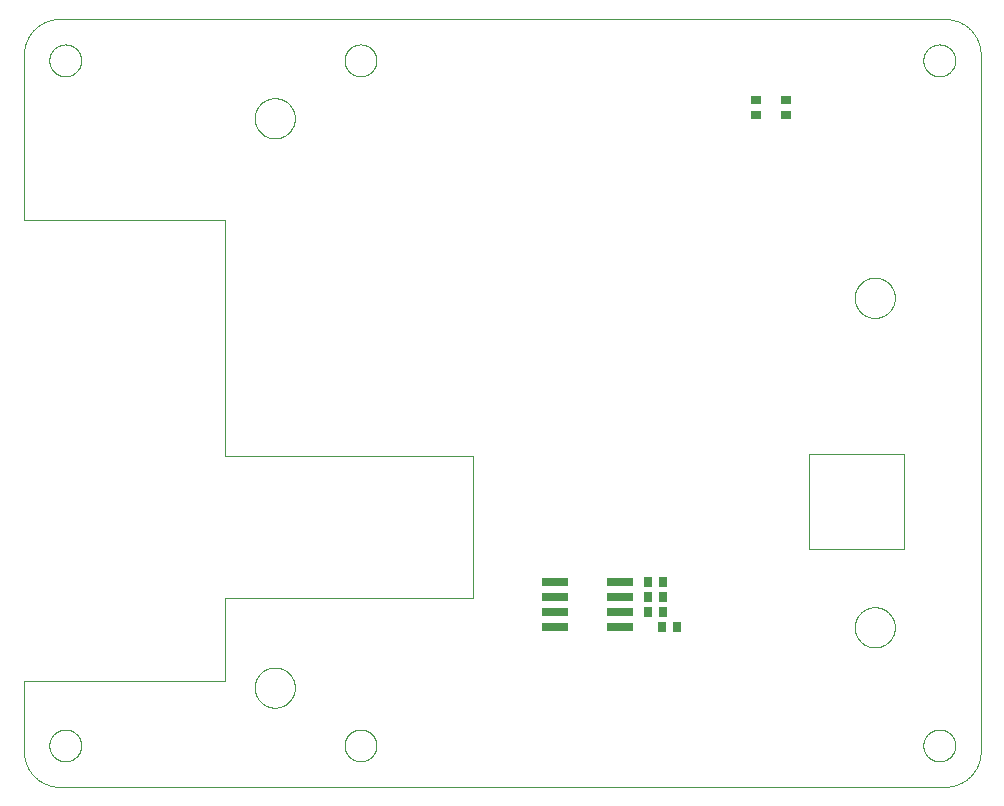
<source format=gbp>
G75*
%MOIN*%
%OFA0B0*%
%FSLAX25Y25*%
%IPPOS*%
%LPD*%
%AMOC8*
5,1,8,0,0,1.08239X$1,22.5*
%
%ADD10C,0.00000*%
%ADD11R,0.03500X0.02500*%
%ADD12R,0.08661X0.02756*%
%ADD13R,0.02500X0.03500*%
D10*
X0095551Y0157756D02*
X0390827Y0157756D01*
X0391112Y0157759D01*
X0391398Y0157770D01*
X0391683Y0157787D01*
X0391967Y0157811D01*
X0392251Y0157842D01*
X0392534Y0157880D01*
X0392815Y0157925D01*
X0393096Y0157976D01*
X0393376Y0158034D01*
X0393654Y0158099D01*
X0393930Y0158171D01*
X0394204Y0158249D01*
X0394477Y0158334D01*
X0394747Y0158426D01*
X0395015Y0158524D01*
X0395281Y0158628D01*
X0395544Y0158739D01*
X0395804Y0158856D01*
X0396062Y0158979D01*
X0396316Y0159109D01*
X0396567Y0159245D01*
X0396815Y0159386D01*
X0397059Y0159534D01*
X0397300Y0159687D01*
X0397536Y0159847D01*
X0397769Y0160012D01*
X0397998Y0160182D01*
X0398223Y0160358D01*
X0398443Y0160540D01*
X0398659Y0160726D01*
X0398870Y0160918D01*
X0399077Y0161115D01*
X0399279Y0161317D01*
X0399476Y0161524D01*
X0399668Y0161735D01*
X0399854Y0161951D01*
X0400036Y0162171D01*
X0400212Y0162396D01*
X0400382Y0162625D01*
X0400547Y0162858D01*
X0400707Y0163094D01*
X0400860Y0163335D01*
X0401008Y0163579D01*
X0401149Y0163827D01*
X0401285Y0164078D01*
X0401415Y0164332D01*
X0401538Y0164590D01*
X0401655Y0164850D01*
X0401766Y0165113D01*
X0401870Y0165379D01*
X0401968Y0165647D01*
X0402060Y0165917D01*
X0402145Y0166190D01*
X0402223Y0166464D01*
X0402295Y0166740D01*
X0402360Y0167018D01*
X0402418Y0167298D01*
X0402469Y0167579D01*
X0402514Y0167860D01*
X0402552Y0168143D01*
X0402583Y0168427D01*
X0402607Y0168711D01*
X0402624Y0168996D01*
X0402635Y0169282D01*
X0402638Y0169567D01*
X0402638Y0401850D01*
X0402635Y0402135D01*
X0402624Y0402421D01*
X0402607Y0402706D01*
X0402583Y0402990D01*
X0402552Y0403274D01*
X0402514Y0403557D01*
X0402469Y0403838D01*
X0402418Y0404119D01*
X0402360Y0404399D01*
X0402295Y0404677D01*
X0402223Y0404953D01*
X0402145Y0405227D01*
X0402060Y0405500D01*
X0401968Y0405770D01*
X0401870Y0406038D01*
X0401766Y0406304D01*
X0401655Y0406567D01*
X0401538Y0406827D01*
X0401415Y0407085D01*
X0401285Y0407339D01*
X0401149Y0407590D01*
X0401008Y0407838D01*
X0400860Y0408082D01*
X0400707Y0408323D01*
X0400547Y0408559D01*
X0400382Y0408792D01*
X0400212Y0409021D01*
X0400036Y0409246D01*
X0399854Y0409466D01*
X0399668Y0409682D01*
X0399476Y0409893D01*
X0399279Y0410100D01*
X0399077Y0410302D01*
X0398870Y0410499D01*
X0398659Y0410691D01*
X0398443Y0410877D01*
X0398223Y0411059D01*
X0397998Y0411235D01*
X0397769Y0411405D01*
X0397536Y0411570D01*
X0397300Y0411730D01*
X0397059Y0411883D01*
X0396815Y0412031D01*
X0396567Y0412172D01*
X0396316Y0412308D01*
X0396062Y0412438D01*
X0395804Y0412561D01*
X0395544Y0412678D01*
X0395281Y0412789D01*
X0395015Y0412893D01*
X0394747Y0412991D01*
X0394477Y0413083D01*
X0394204Y0413168D01*
X0393930Y0413246D01*
X0393654Y0413318D01*
X0393376Y0413383D01*
X0393096Y0413441D01*
X0392815Y0413492D01*
X0392534Y0413537D01*
X0392251Y0413575D01*
X0391967Y0413606D01*
X0391683Y0413630D01*
X0391398Y0413647D01*
X0391112Y0413658D01*
X0390827Y0413661D01*
X0095551Y0413661D01*
X0095266Y0413658D01*
X0094980Y0413647D01*
X0094695Y0413630D01*
X0094411Y0413606D01*
X0094127Y0413575D01*
X0093844Y0413537D01*
X0093563Y0413492D01*
X0093282Y0413441D01*
X0093002Y0413383D01*
X0092724Y0413318D01*
X0092448Y0413246D01*
X0092174Y0413168D01*
X0091901Y0413083D01*
X0091631Y0412991D01*
X0091363Y0412893D01*
X0091097Y0412789D01*
X0090834Y0412678D01*
X0090574Y0412561D01*
X0090316Y0412438D01*
X0090062Y0412308D01*
X0089811Y0412172D01*
X0089563Y0412031D01*
X0089319Y0411883D01*
X0089078Y0411730D01*
X0088842Y0411570D01*
X0088609Y0411405D01*
X0088380Y0411235D01*
X0088155Y0411059D01*
X0087935Y0410877D01*
X0087719Y0410691D01*
X0087508Y0410499D01*
X0087301Y0410302D01*
X0087099Y0410100D01*
X0086902Y0409893D01*
X0086710Y0409682D01*
X0086524Y0409466D01*
X0086342Y0409246D01*
X0086166Y0409021D01*
X0085996Y0408792D01*
X0085831Y0408559D01*
X0085671Y0408323D01*
X0085518Y0408082D01*
X0085370Y0407838D01*
X0085229Y0407590D01*
X0085093Y0407339D01*
X0084963Y0407085D01*
X0084840Y0406827D01*
X0084723Y0406567D01*
X0084612Y0406304D01*
X0084508Y0406038D01*
X0084410Y0405770D01*
X0084318Y0405500D01*
X0084233Y0405227D01*
X0084155Y0404953D01*
X0084083Y0404677D01*
X0084018Y0404399D01*
X0083960Y0404119D01*
X0083909Y0403838D01*
X0083864Y0403557D01*
X0083826Y0403274D01*
X0083795Y0402990D01*
X0083771Y0402706D01*
X0083754Y0402421D01*
X0083743Y0402135D01*
X0083740Y0401850D01*
X0083740Y0346732D01*
X0150669Y0346732D01*
X0150669Y0267992D01*
X0233346Y0267992D01*
X0233346Y0220748D01*
X0150669Y0220748D01*
X0150669Y0193189D01*
X0083740Y0193189D01*
X0083740Y0169567D01*
X0083743Y0169282D01*
X0083754Y0168996D01*
X0083771Y0168711D01*
X0083795Y0168427D01*
X0083826Y0168143D01*
X0083864Y0167860D01*
X0083909Y0167579D01*
X0083960Y0167298D01*
X0084018Y0167018D01*
X0084083Y0166740D01*
X0084155Y0166464D01*
X0084233Y0166190D01*
X0084318Y0165917D01*
X0084410Y0165647D01*
X0084508Y0165379D01*
X0084612Y0165113D01*
X0084723Y0164850D01*
X0084840Y0164590D01*
X0084963Y0164332D01*
X0085093Y0164078D01*
X0085229Y0163827D01*
X0085370Y0163579D01*
X0085518Y0163335D01*
X0085671Y0163094D01*
X0085831Y0162858D01*
X0085996Y0162625D01*
X0086166Y0162396D01*
X0086342Y0162171D01*
X0086524Y0161951D01*
X0086710Y0161735D01*
X0086902Y0161524D01*
X0087099Y0161317D01*
X0087301Y0161115D01*
X0087508Y0160918D01*
X0087719Y0160726D01*
X0087935Y0160540D01*
X0088155Y0160358D01*
X0088380Y0160182D01*
X0088609Y0160012D01*
X0088842Y0159847D01*
X0089078Y0159687D01*
X0089319Y0159534D01*
X0089563Y0159386D01*
X0089811Y0159245D01*
X0090062Y0159109D01*
X0090316Y0158979D01*
X0090574Y0158856D01*
X0090834Y0158739D01*
X0091097Y0158628D01*
X0091363Y0158524D01*
X0091631Y0158426D01*
X0091901Y0158334D01*
X0092174Y0158249D01*
X0092448Y0158171D01*
X0092724Y0158099D01*
X0093002Y0158034D01*
X0093282Y0157976D01*
X0093563Y0157925D01*
X0093844Y0157880D01*
X0094127Y0157842D01*
X0094411Y0157811D01*
X0094695Y0157787D01*
X0094980Y0157770D01*
X0095266Y0157759D01*
X0095551Y0157756D01*
X0092205Y0171535D02*
X0092207Y0171680D01*
X0092213Y0171825D01*
X0092223Y0171970D01*
X0092237Y0172115D01*
X0092255Y0172259D01*
X0092276Y0172402D01*
X0092302Y0172545D01*
X0092331Y0172687D01*
X0092365Y0172829D01*
X0092402Y0172969D01*
X0092443Y0173108D01*
X0092488Y0173246D01*
X0092537Y0173383D01*
X0092589Y0173519D01*
X0092645Y0173653D01*
X0092705Y0173785D01*
X0092768Y0173916D01*
X0092835Y0174044D01*
X0092905Y0174172D01*
X0092979Y0174297D01*
X0093056Y0174420D01*
X0093136Y0174540D01*
X0093220Y0174659D01*
X0093307Y0174775D01*
X0093397Y0174889D01*
X0093490Y0175001D01*
X0093586Y0175109D01*
X0093686Y0175215D01*
X0093787Y0175319D01*
X0093892Y0175419D01*
X0094000Y0175517D01*
X0094110Y0175612D01*
X0094222Y0175703D01*
X0094337Y0175792D01*
X0094455Y0175877D01*
X0094575Y0175959D01*
X0094697Y0176038D01*
X0094821Y0176114D01*
X0094947Y0176186D01*
X0095075Y0176254D01*
X0095205Y0176319D01*
X0095336Y0176381D01*
X0095469Y0176438D01*
X0095604Y0176493D01*
X0095740Y0176543D01*
X0095878Y0176590D01*
X0096016Y0176633D01*
X0096156Y0176672D01*
X0096297Y0176707D01*
X0096439Y0176739D01*
X0096581Y0176766D01*
X0096724Y0176790D01*
X0096868Y0176810D01*
X0097013Y0176826D01*
X0097157Y0176838D01*
X0097302Y0176846D01*
X0097447Y0176850D01*
X0097593Y0176850D01*
X0097738Y0176846D01*
X0097883Y0176838D01*
X0098027Y0176826D01*
X0098172Y0176810D01*
X0098316Y0176790D01*
X0098459Y0176766D01*
X0098601Y0176739D01*
X0098743Y0176707D01*
X0098884Y0176672D01*
X0099024Y0176633D01*
X0099162Y0176590D01*
X0099300Y0176543D01*
X0099436Y0176493D01*
X0099571Y0176438D01*
X0099704Y0176381D01*
X0099835Y0176319D01*
X0099965Y0176254D01*
X0100093Y0176186D01*
X0100219Y0176114D01*
X0100343Y0176038D01*
X0100465Y0175959D01*
X0100585Y0175877D01*
X0100703Y0175792D01*
X0100818Y0175703D01*
X0100930Y0175612D01*
X0101040Y0175517D01*
X0101148Y0175419D01*
X0101253Y0175319D01*
X0101354Y0175215D01*
X0101454Y0175109D01*
X0101550Y0175001D01*
X0101643Y0174889D01*
X0101733Y0174775D01*
X0101820Y0174659D01*
X0101904Y0174540D01*
X0101984Y0174420D01*
X0102061Y0174297D01*
X0102135Y0174172D01*
X0102205Y0174044D01*
X0102272Y0173916D01*
X0102335Y0173785D01*
X0102395Y0173653D01*
X0102451Y0173519D01*
X0102503Y0173383D01*
X0102552Y0173246D01*
X0102597Y0173108D01*
X0102638Y0172969D01*
X0102675Y0172829D01*
X0102709Y0172687D01*
X0102738Y0172545D01*
X0102764Y0172402D01*
X0102785Y0172259D01*
X0102803Y0172115D01*
X0102817Y0171970D01*
X0102827Y0171825D01*
X0102833Y0171680D01*
X0102835Y0171535D01*
X0102833Y0171390D01*
X0102827Y0171245D01*
X0102817Y0171100D01*
X0102803Y0170955D01*
X0102785Y0170811D01*
X0102764Y0170668D01*
X0102738Y0170525D01*
X0102709Y0170383D01*
X0102675Y0170241D01*
X0102638Y0170101D01*
X0102597Y0169962D01*
X0102552Y0169824D01*
X0102503Y0169687D01*
X0102451Y0169551D01*
X0102395Y0169417D01*
X0102335Y0169285D01*
X0102272Y0169154D01*
X0102205Y0169026D01*
X0102135Y0168898D01*
X0102061Y0168773D01*
X0101984Y0168650D01*
X0101904Y0168530D01*
X0101820Y0168411D01*
X0101733Y0168295D01*
X0101643Y0168181D01*
X0101550Y0168069D01*
X0101454Y0167961D01*
X0101354Y0167855D01*
X0101253Y0167751D01*
X0101148Y0167651D01*
X0101040Y0167553D01*
X0100930Y0167458D01*
X0100818Y0167367D01*
X0100703Y0167278D01*
X0100585Y0167193D01*
X0100465Y0167111D01*
X0100343Y0167032D01*
X0100219Y0166956D01*
X0100093Y0166884D01*
X0099965Y0166816D01*
X0099835Y0166751D01*
X0099704Y0166689D01*
X0099571Y0166632D01*
X0099436Y0166577D01*
X0099300Y0166527D01*
X0099162Y0166480D01*
X0099024Y0166437D01*
X0098884Y0166398D01*
X0098743Y0166363D01*
X0098601Y0166331D01*
X0098459Y0166304D01*
X0098316Y0166280D01*
X0098172Y0166260D01*
X0098027Y0166244D01*
X0097883Y0166232D01*
X0097738Y0166224D01*
X0097593Y0166220D01*
X0097447Y0166220D01*
X0097302Y0166224D01*
X0097157Y0166232D01*
X0097013Y0166244D01*
X0096868Y0166260D01*
X0096724Y0166280D01*
X0096581Y0166304D01*
X0096439Y0166331D01*
X0096297Y0166363D01*
X0096156Y0166398D01*
X0096016Y0166437D01*
X0095878Y0166480D01*
X0095740Y0166527D01*
X0095604Y0166577D01*
X0095469Y0166632D01*
X0095336Y0166689D01*
X0095205Y0166751D01*
X0095075Y0166816D01*
X0094947Y0166884D01*
X0094821Y0166956D01*
X0094697Y0167032D01*
X0094575Y0167111D01*
X0094455Y0167193D01*
X0094337Y0167278D01*
X0094222Y0167367D01*
X0094110Y0167458D01*
X0094000Y0167553D01*
X0093892Y0167651D01*
X0093787Y0167751D01*
X0093686Y0167855D01*
X0093586Y0167961D01*
X0093490Y0168069D01*
X0093397Y0168181D01*
X0093307Y0168295D01*
X0093220Y0168411D01*
X0093136Y0168530D01*
X0093056Y0168650D01*
X0092979Y0168773D01*
X0092905Y0168898D01*
X0092835Y0169026D01*
X0092768Y0169154D01*
X0092705Y0169285D01*
X0092645Y0169417D01*
X0092589Y0169551D01*
X0092537Y0169687D01*
X0092488Y0169824D01*
X0092443Y0169962D01*
X0092402Y0170101D01*
X0092365Y0170241D01*
X0092331Y0170383D01*
X0092302Y0170525D01*
X0092276Y0170668D01*
X0092255Y0170811D01*
X0092237Y0170955D01*
X0092223Y0171100D01*
X0092213Y0171245D01*
X0092207Y0171390D01*
X0092205Y0171535D01*
X0160669Y0190827D02*
X0160671Y0190991D01*
X0160677Y0191155D01*
X0160687Y0191319D01*
X0160701Y0191483D01*
X0160719Y0191646D01*
X0160741Y0191809D01*
X0160768Y0191971D01*
X0160798Y0192133D01*
X0160832Y0192293D01*
X0160870Y0192453D01*
X0160911Y0192612D01*
X0160957Y0192770D01*
X0161007Y0192926D01*
X0161060Y0193082D01*
X0161117Y0193236D01*
X0161178Y0193388D01*
X0161243Y0193539D01*
X0161312Y0193689D01*
X0161384Y0193836D01*
X0161459Y0193982D01*
X0161539Y0194126D01*
X0161621Y0194268D01*
X0161707Y0194408D01*
X0161797Y0194545D01*
X0161890Y0194681D01*
X0161986Y0194814D01*
X0162086Y0194945D01*
X0162188Y0195073D01*
X0162294Y0195199D01*
X0162403Y0195322D01*
X0162515Y0195442D01*
X0162629Y0195560D01*
X0162747Y0195674D01*
X0162867Y0195786D01*
X0162990Y0195895D01*
X0163116Y0196001D01*
X0163244Y0196103D01*
X0163375Y0196203D01*
X0163508Y0196299D01*
X0163644Y0196392D01*
X0163781Y0196482D01*
X0163921Y0196568D01*
X0164063Y0196650D01*
X0164207Y0196730D01*
X0164353Y0196805D01*
X0164500Y0196877D01*
X0164650Y0196946D01*
X0164801Y0197011D01*
X0164953Y0197072D01*
X0165107Y0197129D01*
X0165263Y0197182D01*
X0165419Y0197232D01*
X0165577Y0197278D01*
X0165736Y0197319D01*
X0165896Y0197357D01*
X0166056Y0197391D01*
X0166218Y0197421D01*
X0166380Y0197448D01*
X0166543Y0197470D01*
X0166706Y0197488D01*
X0166870Y0197502D01*
X0167034Y0197512D01*
X0167198Y0197518D01*
X0167362Y0197520D01*
X0167526Y0197518D01*
X0167690Y0197512D01*
X0167854Y0197502D01*
X0168018Y0197488D01*
X0168181Y0197470D01*
X0168344Y0197448D01*
X0168506Y0197421D01*
X0168668Y0197391D01*
X0168828Y0197357D01*
X0168988Y0197319D01*
X0169147Y0197278D01*
X0169305Y0197232D01*
X0169461Y0197182D01*
X0169617Y0197129D01*
X0169771Y0197072D01*
X0169923Y0197011D01*
X0170074Y0196946D01*
X0170224Y0196877D01*
X0170371Y0196805D01*
X0170517Y0196730D01*
X0170661Y0196650D01*
X0170803Y0196568D01*
X0170943Y0196482D01*
X0171080Y0196392D01*
X0171216Y0196299D01*
X0171349Y0196203D01*
X0171480Y0196103D01*
X0171608Y0196001D01*
X0171734Y0195895D01*
X0171857Y0195786D01*
X0171977Y0195674D01*
X0172095Y0195560D01*
X0172209Y0195442D01*
X0172321Y0195322D01*
X0172430Y0195199D01*
X0172536Y0195073D01*
X0172638Y0194945D01*
X0172738Y0194814D01*
X0172834Y0194681D01*
X0172927Y0194545D01*
X0173017Y0194408D01*
X0173103Y0194268D01*
X0173185Y0194126D01*
X0173265Y0193982D01*
X0173340Y0193836D01*
X0173412Y0193689D01*
X0173481Y0193539D01*
X0173546Y0193388D01*
X0173607Y0193236D01*
X0173664Y0193082D01*
X0173717Y0192926D01*
X0173767Y0192770D01*
X0173813Y0192612D01*
X0173854Y0192453D01*
X0173892Y0192293D01*
X0173926Y0192133D01*
X0173956Y0191971D01*
X0173983Y0191809D01*
X0174005Y0191646D01*
X0174023Y0191483D01*
X0174037Y0191319D01*
X0174047Y0191155D01*
X0174053Y0190991D01*
X0174055Y0190827D01*
X0174053Y0190663D01*
X0174047Y0190499D01*
X0174037Y0190335D01*
X0174023Y0190171D01*
X0174005Y0190008D01*
X0173983Y0189845D01*
X0173956Y0189683D01*
X0173926Y0189521D01*
X0173892Y0189361D01*
X0173854Y0189201D01*
X0173813Y0189042D01*
X0173767Y0188884D01*
X0173717Y0188728D01*
X0173664Y0188572D01*
X0173607Y0188418D01*
X0173546Y0188266D01*
X0173481Y0188115D01*
X0173412Y0187965D01*
X0173340Y0187818D01*
X0173265Y0187672D01*
X0173185Y0187528D01*
X0173103Y0187386D01*
X0173017Y0187246D01*
X0172927Y0187109D01*
X0172834Y0186973D01*
X0172738Y0186840D01*
X0172638Y0186709D01*
X0172536Y0186581D01*
X0172430Y0186455D01*
X0172321Y0186332D01*
X0172209Y0186212D01*
X0172095Y0186094D01*
X0171977Y0185980D01*
X0171857Y0185868D01*
X0171734Y0185759D01*
X0171608Y0185653D01*
X0171480Y0185551D01*
X0171349Y0185451D01*
X0171216Y0185355D01*
X0171080Y0185262D01*
X0170943Y0185172D01*
X0170803Y0185086D01*
X0170661Y0185004D01*
X0170517Y0184924D01*
X0170371Y0184849D01*
X0170224Y0184777D01*
X0170074Y0184708D01*
X0169923Y0184643D01*
X0169771Y0184582D01*
X0169617Y0184525D01*
X0169461Y0184472D01*
X0169305Y0184422D01*
X0169147Y0184376D01*
X0168988Y0184335D01*
X0168828Y0184297D01*
X0168668Y0184263D01*
X0168506Y0184233D01*
X0168344Y0184206D01*
X0168181Y0184184D01*
X0168018Y0184166D01*
X0167854Y0184152D01*
X0167690Y0184142D01*
X0167526Y0184136D01*
X0167362Y0184134D01*
X0167198Y0184136D01*
X0167034Y0184142D01*
X0166870Y0184152D01*
X0166706Y0184166D01*
X0166543Y0184184D01*
X0166380Y0184206D01*
X0166218Y0184233D01*
X0166056Y0184263D01*
X0165896Y0184297D01*
X0165736Y0184335D01*
X0165577Y0184376D01*
X0165419Y0184422D01*
X0165263Y0184472D01*
X0165107Y0184525D01*
X0164953Y0184582D01*
X0164801Y0184643D01*
X0164650Y0184708D01*
X0164500Y0184777D01*
X0164353Y0184849D01*
X0164207Y0184924D01*
X0164063Y0185004D01*
X0163921Y0185086D01*
X0163781Y0185172D01*
X0163644Y0185262D01*
X0163508Y0185355D01*
X0163375Y0185451D01*
X0163244Y0185551D01*
X0163116Y0185653D01*
X0162990Y0185759D01*
X0162867Y0185868D01*
X0162747Y0185980D01*
X0162629Y0186094D01*
X0162515Y0186212D01*
X0162403Y0186332D01*
X0162294Y0186455D01*
X0162188Y0186581D01*
X0162086Y0186709D01*
X0161986Y0186840D01*
X0161890Y0186973D01*
X0161797Y0187109D01*
X0161707Y0187246D01*
X0161621Y0187386D01*
X0161539Y0187528D01*
X0161459Y0187672D01*
X0161384Y0187818D01*
X0161312Y0187965D01*
X0161243Y0188115D01*
X0161178Y0188266D01*
X0161117Y0188418D01*
X0161060Y0188572D01*
X0161007Y0188728D01*
X0160957Y0188884D01*
X0160911Y0189042D01*
X0160870Y0189201D01*
X0160832Y0189361D01*
X0160798Y0189521D01*
X0160768Y0189683D01*
X0160741Y0189845D01*
X0160719Y0190008D01*
X0160701Y0190171D01*
X0160687Y0190335D01*
X0160677Y0190499D01*
X0160671Y0190663D01*
X0160669Y0190827D01*
X0190630Y0171535D02*
X0190632Y0171680D01*
X0190638Y0171825D01*
X0190648Y0171970D01*
X0190662Y0172115D01*
X0190680Y0172259D01*
X0190701Y0172402D01*
X0190727Y0172545D01*
X0190756Y0172687D01*
X0190790Y0172829D01*
X0190827Y0172969D01*
X0190868Y0173108D01*
X0190913Y0173246D01*
X0190962Y0173383D01*
X0191014Y0173519D01*
X0191070Y0173653D01*
X0191130Y0173785D01*
X0191193Y0173916D01*
X0191260Y0174044D01*
X0191330Y0174172D01*
X0191404Y0174297D01*
X0191481Y0174420D01*
X0191561Y0174540D01*
X0191645Y0174659D01*
X0191732Y0174775D01*
X0191822Y0174889D01*
X0191915Y0175001D01*
X0192011Y0175109D01*
X0192111Y0175215D01*
X0192212Y0175319D01*
X0192317Y0175419D01*
X0192425Y0175517D01*
X0192535Y0175612D01*
X0192647Y0175703D01*
X0192762Y0175792D01*
X0192880Y0175877D01*
X0193000Y0175959D01*
X0193122Y0176038D01*
X0193246Y0176114D01*
X0193372Y0176186D01*
X0193500Y0176254D01*
X0193630Y0176319D01*
X0193761Y0176381D01*
X0193894Y0176438D01*
X0194029Y0176493D01*
X0194165Y0176543D01*
X0194303Y0176590D01*
X0194441Y0176633D01*
X0194581Y0176672D01*
X0194722Y0176707D01*
X0194864Y0176739D01*
X0195006Y0176766D01*
X0195149Y0176790D01*
X0195293Y0176810D01*
X0195438Y0176826D01*
X0195582Y0176838D01*
X0195727Y0176846D01*
X0195872Y0176850D01*
X0196018Y0176850D01*
X0196163Y0176846D01*
X0196308Y0176838D01*
X0196452Y0176826D01*
X0196597Y0176810D01*
X0196741Y0176790D01*
X0196884Y0176766D01*
X0197026Y0176739D01*
X0197168Y0176707D01*
X0197309Y0176672D01*
X0197449Y0176633D01*
X0197587Y0176590D01*
X0197725Y0176543D01*
X0197861Y0176493D01*
X0197996Y0176438D01*
X0198129Y0176381D01*
X0198260Y0176319D01*
X0198390Y0176254D01*
X0198518Y0176186D01*
X0198644Y0176114D01*
X0198768Y0176038D01*
X0198890Y0175959D01*
X0199010Y0175877D01*
X0199128Y0175792D01*
X0199243Y0175703D01*
X0199355Y0175612D01*
X0199465Y0175517D01*
X0199573Y0175419D01*
X0199678Y0175319D01*
X0199779Y0175215D01*
X0199879Y0175109D01*
X0199975Y0175001D01*
X0200068Y0174889D01*
X0200158Y0174775D01*
X0200245Y0174659D01*
X0200329Y0174540D01*
X0200409Y0174420D01*
X0200486Y0174297D01*
X0200560Y0174172D01*
X0200630Y0174044D01*
X0200697Y0173916D01*
X0200760Y0173785D01*
X0200820Y0173653D01*
X0200876Y0173519D01*
X0200928Y0173383D01*
X0200977Y0173246D01*
X0201022Y0173108D01*
X0201063Y0172969D01*
X0201100Y0172829D01*
X0201134Y0172687D01*
X0201163Y0172545D01*
X0201189Y0172402D01*
X0201210Y0172259D01*
X0201228Y0172115D01*
X0201242Y0171970D01*
X0201252Y0171825D01*
X0201258Y0171680D01*
X0201260Y0171535D01*
X0201258Y0171390D01*
X0201252Y0171245D01*
X0201242Y0171100D01*
X0201228Y0170955D01*
X0201210Y0170811D01*
X0201189Y0170668D01*
X0201163Y0170525D01*
X0201134Y0170383D01*
X0201100Y0170241D01*
X0201063Y0170101D01*
X0201022Y0169962D01*
X0200977Y0169824D01*
X0200928Y0169687D01*
X0200876Y0169551D01*
X0200820Y0169417D01*
X0200760Y0169285D01*
X0200697Y0169154D01*
X0200630Y0169026D01*
X0200560Y0168898D01*
X0200486Y0168773D01*
X0200409Y0168650D01*
X0200329Y0168530D01*
X0200245Y0168411D01*
X0200158Y0168295D01*
X0200068Y0168181D01*
X0199975Y0168069D01*
X0199879Y0167961D01*
X0199779Y0167855D01*
X0199678Y0167751D01*
X0199573Y0167651D01*
X0199465Y0167553D01*
X0199355Y0167458D01*
X0199243Y0167367D01*
X0199128Y0167278D01*
X0199010Y0167193D01*
X0198890Y0167111D01*
X0198768Y0167032D01*
X0198644Y0166956D01*
X0198518Y0166884D01*
X0198390Y0166816D01*
X0198260Y0166751D01*
X0198129Y0166689D01*
X0197996Y0166632D01*
X0197861Y0166577D01*
X0197725Y0166527D01*
X0197587Y0166480D01*
X0197449Y0166437D01*
X0197309Y0166398D01*
X0197168Y0166363D01*
X0197026Y0166331D01*
X0196884Y0166304D01*
X0196741Y0166280D01*
X0196597Y0166260D01*
X0196452Y0166244D01*
X0196308Y0166232D01*
X0196163Y0166224D01*
X0196018Y0166220D01*
X0195872Y0166220D01*
X0195727Y0166224D01*
X0195582Y0166232D01*
X0195438Y0166244D01*
X0195293Y0166260D01*
X0195149Y0166280D01*
X0195006Y0166304D01*
X0194864Y0166331D01*
X0194722Y0166363D01*
X0194581Y0166398D01*
X0194441Y0166437D01*
X0194303Y0166480D01*
X0194165Y0166527D01*
X0194029Y0166577D01*
X0193894Y0166632D01*
X0193761Y0166689D01*
X0193630Y0166751D01*
X0193500Y0166816D01*
X0193372Y0166884D01*
X0193246Y0166956D01*
X0193122Y0167032D01*
X0193000Y0167111D01*
X0192880Y0167193D01*
X0192762Y0167278D01*
X0192647Y0167367D01*
X0192535Y0167458D01*
X0192425Y0167553D01*
X0192317Y0167651D01*
X0192212Y0167751D01*
X0192111Y0167855D01*
X0192011Y0167961D01*
X0191915Y0168069D01*
X0191822Y0168181D01*
X0191732Y0168295D01*
X0191645Y0168411D01*
X0191561Y0168530D01*
X0191481Y0168650D01*
X0191404Y0168773D01*
X0191330Y0168898D01*
X0191260Y0169026D01*
X0191193Y0169154D01*
X0191130Y0169285D01*
X0191070Y0169417D01*
X0191014Y0169551D01*
X0190962Y0169687D01*
X0190913Y0169824D01*
X0190868Y0169962D01*
X0190827Y0170101D01*
X0190790Y0170241D01*
X0190756Y0170383D01*
X0190727Y0170525D01*
X0190701Y0170668D01*
X0190680Y0170811D01*
X0190662Y0170955D01*
X0190648Y0171100D01*
X0190638Y0171245D01*
X0190632Y0171390D01*
X0190630Y0171535D01*
X0345551Y0237087D02*
X0345551Y0268583D01*
X0377047Y0268583D01*
X0377047Y0237087D01*
X0345551Y0237087D01*
X0360669Y0210906D02*
X0360671Y0211070D01*
X0360677Y0211234D01*
X0360687Y0211398D01*
X0360701Y0211562D01*
X0360719Y0211725D01*
X0360741Y0211888D01*
X0360768Y0212050D01*
X0360798Y0212212D01*
X0360832Y0212372D01*
X0360870Y0212532D01*
X0360911Y0212691D01*
X0360957Y0212849D01*
X0361007Y0213005D01*
X0361060Y0213161D01*
X0361117Y0213315D01*
X0361178Y0213467D01*
X0361243Y0213618D01*
X0361312Y0213768D01*
X0361384Y0213915D01*
X0361459Y0214061D01*
X0361539Y0214205D01*
X0361621Y0214347D01*
X0361707Y0214487D01*
X0361797Y0214624D01*
X0361890Y0214760D01*
X0361986Y0214893D01*
X0362086Y0215024D01*
X0362188Y0215152D01*
X0362294Y0215278D01*
X0362403Y0215401D01*
X0362515Y0215521D01*
X0362629Y0215639D01*
X0362747Y0215753D01*
X0362867Y0215865D01*
X0362990Y0215974D01*
X0363116Y0216080D01*
X0363244Y0216182D01*
X0363375Y0216282D01*
X0363508Y0216378D01*
X0363644Y0216471D01*
X0363781Y0216561D01*
X0363921Y0216647D01*
X0364063Y0216729D01*
X0364207Y0216809D01*
X0364353Y0216884D01*
X0364500Y0216956D01*
X0364650Y0217025D01*
X0364801Y0217090D01*
X0364953Y0217151D01*
X0365107Y0217208D01*
X0365263Y0217261D01*
X0365419Y0217311D01*
X0365577Y0217357D01*
X0365736Y0217398D01*
X0365896Y0217436D01*
X0366056Y0217470D01*
X0366218Y0217500D01*
X0366380Y0217527D01*
X0366543Y0217549D01*
X0366706Y0217567D01*
X0366870Y0217581D01*
X0367034Y0217591D01*
X0367198Y0217597D01*
X0367362Y0217599D01*
X0367526Y0217597D01*
X0367690Y0217591D01*
X0367854Y0217581D01*
X0368018Y0217567D01*
X0368181Y0217549D01*
X0368344Y0217527D01*
X0368506Y0217500D01*
X0368668Y0217470D01*
X0368828Y0217436D01*
X0368988Y0217398D01*
X0369147Y0217357D01*
X0369305Y0217311D01*
X0369461Y0217261D01*
X0369617Y0217208D01*
X0369771Y0217151D01*
X0369923Y0217090D01*
X0370074Y0217025D01*
X0370224Y0216956D01*
X0370371Y0216884D01*
X0370517Y0216809D01*
X0370661Y0216729D01*
X0370803Y0216647D01*
X0370943Y0216561D01*
X0371080Y0216471D01*
X0371216Y0216378D01*
X0371349Y0216282D01*
X0371480Y0216182D01*
X0371608Y0216080D01*
X0371734Y0215974D01*
X0371857Y0215865D01*
X0371977Y0215753D01*
X0372095Y0215639D01*
X0372209Y0215521D01*
X0372321Y0215401D01*
X0372430Y0215278D01*
X0372536Y0215152D01*
X0372638Y0215024D01*
X0372738Y0214893D01*
X0372834Y0214760D01*
X0372927Y0214624D01*
X0373017Y0214487D01*
X0373103Y0214347D01*
X0373185Y0214205D01*
X0373265Y0214061D01*
X0373340Y0213915D01*
X0373412Y0213768D01*
X0373481Y0213618D01*
X0373546Y0213467D01*
X0373607Y0213315D01*
X0373664Y0213161D01*
X0373717Y0213005D01*
X0373767Y0212849D01*
X0373813Y0212691D01*
X0373854Y0212532D01*
X0373892Y0212372D01*
X0373926Y0212212D01*
X0373956Y0212050D01*
X0373983Y0211888D01*
X0374005Y0211725D01*
X0374023Y0211562D01*
X0374037Y0211398D01*
X0374047Y0211234D01*
X0374053Y0211070D01*
X0374055Y0210906D01*
X0374053Y0210742D01*
X0374047Y0210578D01*
X0374037Y0210414D01*
X0374023Y0210250D01*
X0374005Y0210087D01*
X0373983Y0209924D01*
X0373956Y0209762D01*
X0373926Y0209600D01*
X0373892Y0209440D01*
X0373854Y0209280D01*
X0373813Y0209121D01*
X0373767Y0208963D01*
X0373717Y0208807D01*
X0373664Y0208651D01*
X0373607Y0208497D01*
X0373546Y0208345D01*
X0373481Y0208194D01*
X0373412Y0208044D01*
X0373340Y0207897D01*
X0373265Y0207751D01*
X0373185Y0207607D01*
X0373103Y0207465D01*
X0373017Y0207325D01*
X0372927Y0207188D01*
X0372834Y0207052D01*
X0372738Y0206919D01*
X0372638Y0206788D01*
X0372536Y0206660D01*
X0372430Y0206534D01*
X0372321Y0206411D01*
X0372209Y0206291D01*
X0372095Y0206173D01*
X0371977Y0206059D01*
X0371857Y0205947D01*
X0371734Y0205838D01*
X0371608Y0205732D01*
X0371480Y0205630D01*
X0371349Y0205530D01*
X0371216Y0205434D01*
X0371080Y0205341D01*
X0370943Y0205251D01*
X0370803Y0205165D01*
X0370661Y0205083D01*
X0370517Y0205003D01*
X0370371Y0204928D01*
X0370224Y0204856D01*
X0370074Y0204787D01*
X0369923Y0204722D01*
X0369771Y0204661D01*
X0369617Y0204604D01*
X0369461Y0204551D01*
X0369305Y0204501D01*
X0369147Y0204455D01*
X0368988Y0204414D01*
X0368828Y0204376D01*
X0368668Y0204342D01*
X0368506Y0204312D01*
X0368344Y0204285D01*
X0368181Y0204263D01*
X0368018Y0204245D01*
X0367854Y0204231D01*
X0367690Y0204221D01*
X0367526Y0204215D01*
X0367362Y0204213D01*
X0367198Y0204215D01*
X0367034Y0204221D01*
X0366870Y0204231D01*
X0366706Y0204245D01*
X0366543Y0204263D01*
X0366380Y0204285D01*
X0366218Y0204312D01*
X0366056Y0204342D01*
X0365896Y0204376D01*
X0365736Y0204414D01*
X0365577Y0204455D01*
X0365419Y0204501D01*
X0365263Y0204551D01*
X0365107Y0204604D01*
X0364953Y0204661D01*
X0364801Y0204722D01*
X0364650Y0204787D01*
X0364500Y0204856D01*
X0364353Y0204928D01*
X0364207Y0205003D01*
X0364063Y0205083D01*
X0363921Y0205165D01*
X0363781Y0205251D01*
X0363644Y0205341D01*
X0363508Y0205434D01*
X0363375Y0205530D01*
X0363244Y0205630D01*
X0363116Y0205732D01*
X0362990Y0205838D01*
X0362867Y0205947D01*
X0362747Y0206059D01*
X0362629Y0206173D01*
X0362515Y0206291D01*
X0362403Y0206411D01*
X0362294Y0206534D01*
X0362188Y0206660D01*
X0362086Y0206788D01*
X0361986Y0206919D01*
X0361890Y0207052D01*
X0361797Y0207188D01*
X0361707Y0207325D01*
X0361621Y0207465D01*
X0361539Y0207607D01*
X0361459Y0207751D01*
X0361384Y0207897D01*
X0361312Y0208044D01*
X0361243Y0208194D01*
X0361178Y0208345D01*
X0361117Y0208497D01*
X0361060Y0208651D01*
X0361007Y0208807D01*
X0360957Y0208963D01*
X0360911Y0209121D01*
X0360870Y0209280D01*
X0360832Y0209440D01*
X0360798Y0209600D01*
X0360768Y0209762D01*
X0360741Y0209924D01*
X0360719Y0210087D01*
X0360701Y0210250D01*
X0360687Y0210414D01*
X0360677Y0210578D01*
X0360671Y0210742D01*
X0360669Y0210906D01*
X0383543Y0171535D02*
X0383545Y0171680D01*
X0383551Y0171825D01*
X0383561Y0171970D01*
X0383575Y0172115D01*
X0383593Y0172259D01*
X0383614Y0172402D01*
X0383640Y0172545D01*
X0383669Y0172687D01*
X0383703Y0172829D01*
X0383740Y0172969D01*
X0383781Y0173108D01*
X0383826Y0173246D01*
X0383875Y0173383D01*
X0383927Y0173519D01*
X0383983Y0173653D01*
X0384043Y0173785D01*
X0384106Y0173916D01*
X0384173Y0174044D01*
X0384243Y0174172D01*
X0384317Y0174297D01*
X0384394Y0174420D01*
X0384474Y0174540D01*
X0384558Y0174659D01*
X0384645Y0174775D01*
X0384735Y0174889D01*
X0384828Y0175001D01*
X0384924Y0175109D01*
X0385024Y0175215D01*
X0385125Y0175319D01*
X0385230Y0175419D01*
X0385338Y0175517D01*
X0385448Y0175612D01*
X0385560Y0175703D01*
X0385675Y0175792D01*
X0385793Y0175877D01*
X0385913Y0175959D01*
X0386035Y0176038D01*
X0386159Y0176114D01*
X0386285Y0176186D01*
X0386413Y0176254D01*
X0386543Y0176319D01*
X0386674Y0176381D01*
X0386807Y0176438D01*
X0386942Y0176493D01*
X0387078Y0176543D01*
X0387216Y0176590D01*
X0387354Y0176633D01*
X0387494Y0176672D01*
X0387635Y0176707D01*
X0387777Y0176739D01*
X0387919Y0176766D01*
X0388062Y0176790D01*
X0388206Y0176810D01*
X0388351Y0176826D01*
X0388495Y0176838D01*
X0388640Y0176846D01*
X0388785Y0176850D01*
X0388931Y0176850D01*
X0389076Y0176846D01*
X0389221Y0176838D01*
X0389365Y0176826D01*
X0389510Y0176810D01*
X0389654Y0176790D01*
X0389797Y0176766D01*
X0389939Y0176739D01*
X0390081Y0176707D01*
X0390222Y0176672D01*
X0390362Y0176633D01*
X0390500Y0176590D01*
X0390638Y0176543D01*
X0390774Y0176493D01*
X0390909Y0176438D01*
X0391042Y0176381D01*
X0391173Y0176319D01*
X0391303Y0176254D01*
X0391431Y0176186D01*
X0391557Y0176114D01*
X0391681Y0176038D01*
X0391803Y0175959D01*
X0391923Y0175877D01*
X0392041Y0175792D01*
X0392156Y0175703D01*
X0392268Y0175612D01*
X0392378Y0175517D01*
X0392486Y0175419D01*
X0392591Y0175319D01*
X0392692Y0175215D01*
X0392792Y0175109D01*
X0392888Y0175001D01*
X0392981Y0174889D01*
X0393071Y0174775D01*
X0393158Y0174659D01*
X0393242Y0174540D01*
X0393322Y0174420D01*
X0393399Y0174297D01*
X0393473Y0174172D01*
X0393543Y0174044D01*
X0393610Y0173916D01*
X0393673Y0173785D01*
X0393733Y0173653D01*
X0393789Y0173519D01*
X0393841Y0173383D01*
X0393890Y0173246D01*
X0393935Y0173108D01*
X0393976Y0172969D01*
X0394013Y0172829D01*
X0394047Y0172687D01*
X0394076Y0172545D01*
X0394102Y0172402D01*
X0394123Y0172259D01*
X0394141Y0172115D01*
X0394155Y0171970D01*
X0394165Y0171825D01*
X0394171Y0171680D01*
X0394173Y0171535D01*
X0394171Y0171390D01*
X0394165Y0171245D01*
X0394155Y0171100D01*
X0394141Y0170955D01*
X0394123Y0170811D01*
X0394102Y0170668D01*
X0394076Y0170525D01*
X0394047Y0170383D01*
X0394013Y0170241D01*
X0393976Y0170101D01*
X0393935Y0169962D01*
X0393890Y0169824D01*
X0393841Y0169687D01*
X0393789Y0169551D01*
X0393733Y0169417D01*
X0393673Y0169285D01*
X0393610Y0169154D01*
X0393543Y0169026D01*
X0393473Y0168898D01*
X0393399Y0168773D01*
X0393322Y0168650D01*
X0393242Y0168530D01*
X0393158Y0168411D01*
X0393071Y0168295D01*
X0392981Y0168181D01*
X0392888Y0168069D01*
X0392792Y0167961D01*
X0392692Y0167855D01*
X0392591Y0167751D01*
X0392486Y0167651D01*
X0392378Y0167553D01*
X0392268Y0167458D01*
X0392156Y0167367D01*
X0392041Y0167278D01*
X0391923Y0167193D01*
X0391803Y0167111D01*
X0391681Y0167032D01*
X0391557Y0166956D01*
X0391431Y0166884D01*
X0391303Y0166816D01*
X0391173Y0166751D01*
X0391042Y0166689D01*
X0390909Y0166632D01*
X0390774Y0166577D01*
X0390638Y0166527D01*
X0390500Y0166480D01*
X0390362Y0166437D01*
X0390222Y0166398D01*
X0390081Y0166363D01*
X0389939Y0166331D01*
X0389797Y0166304D01*
X0389654Y0166280D01*
X0389510Y0166260D01*
X0389365Y0166244D01*
X0389221Y0166232D01*
X0389076Y0166224D01*
X0388931Y0166220D01*
X0388785Y0166220D01*
X0388640Y0166224D01*
X0388495Y0166232D01*
X0388351Y0166244D01*
X0388206Y0166260D01*
X0388062Y0166280D01*
X0387919Y0166304D01*
X0387777Y0166331D01*
X0387635Y0166363D01*
X0387494Y0166398D01*
X0387354Y0166437D01*
X0387216Y0166480D01*
X0387078Y0166527D01*
X0386942Y0166577D01*
X0386807Y0166632D01*
X0386674Y0166689D01*
X0386543Y0166751D01*
X0386413Y0166816D01*
X0386285Y0166884D01*
X0386159Y0166956D01*
X0386035Y0167032D01*
X0385913Y0167111D01*
X0385793Y0167193D01*
X0385675Y0167278D01*
X0385560Y0167367D01*
X0385448Y0167458D01*
X0385338Y0167553D01*
X0385230Y0167651D01*
X0385125Y0167751D01*
X0385024Y0167855D01*
X0384924Y0167961D01*
X0384828Y0168069D01*
X0384735Y0168181D01*
X0384645Y0168295D01*
X0384558Y0168411D01*
X0384474Y0168530D01*
X0384394Y0168650D01*
X0384317Y0168773D01*
X0384243Y0168898D01*
X0384173Y0169026D01*
X0384106Y0169154D01*
X0384043Y0169285D01*
X0383983Y0169417D01*
X0383927Y0169551D01*
X0383875Y0169687D01*
X0383826Y0169824D01*
X0383781Y0169962D01*
X0383740Y0170101D01*
X0383703Y0170241D01*
X0383669Y0170383D01*
X0383640Y0170525D01*
X0383614Y0170668D01*
X0383593Y0170811D01*
X0383575Y0170955D01*
X0383561Y0171100D01*
X0383551Y0171245D01*
X0383545Y0171390D01*
X0383543Y0171535D01*
X0360669Y0320748D02*
X0360671Y0320912D01*
X0360677Y0321076D01*
X0360687Y0321240D01*
X0360701Y0321404D01*
X0360719Y0321567D01*
X0360741Y0321730D01*
X0360768Y0321892D01*
X0360798Y0322054D01*
X0360832Y0322214D01*
X0360870Y0322374D01*
X0360911Y0322533D01*
X0360957Y0322691D01*
X0361007Y0322847D01*
X0361060Y0323003D01*
X0361117Y0323157D01*
X0361178Y0323309D01*
X0361243Y0323460D01*
X0361312Y0323610D01*
X0361384Y0323757D01*
X0361459Y0323903D01*
X0361539Y0324047D01*
X0361621Y0324189D01*
X0361707Y0324329D01*
X0361797Y0324466D01*
X0361890Y0324602D01*
X0361986Y0324735D01*
X0362086Y0324866D01*
X0362188Y0324994D01*
X0362294Y0325120D01*
X0362403Y0325243D01*
X0362515Y0325363D01*
X0362629Y0325481D01*
X0362747Y0325595D01*
X0362867Y0325707D01*
X0362990Y0325816D01*
X0363116Y0325922D01*
X0363244Y0326024D01*
X0363375Y0326124D01*
X0363508Y0326220D01*
X0363644Y0326313D01*
X0363781Y0326403D01*
X0363921Y0326489D01*
X0364063Y0326571D01*
X0364207Y0326651D01*
X0364353Y0326726D01*
X0364500Y0326798D01*
X0364650Y0326867D01*
X0364801Y0326932D01*
X0364953Y0326993D01*
X0365107Y0327050D01*
X0365263Y0327103D01*
X0365419Y0327153D01*
X0365577Y0327199D01*
X0365736Y0327240D01*
X0365896Y0327278D01*
X0366056Y0327312D01*
X0366218Y0327342D01*
X0366380Y0327369D01*
X0366543Y0327391D01*
X0366706Y0327409D01*
X0366870Y0327423D01*
X0367034Y0327433D01*
X0367198Y0327439D01*
X0367362Y0327441D01*
X0367526Y0327439D01*
X0367690Y0327433D01*
X0367854Y0327423D01*
X0368018Y0327409D01*
X0368181Y0327391D01*
X0368344Y0327369D01*
X0368506Y0327342D01*
X0368668Y0327312D01*
X0368828Y0327278D01*
X0368988Y0327240D01*
X0369147Y0327199D01*
X0369305Y0327153D01*
X0369461Y0327103D01*
X0369617Y0327050D01*
X0369771Y0326993D01*
X0369923Y0326932D01*
X0370074Y0326867D01*
X0370224Y0326798D01*
X0370371Y0326726D01*
X0370517Y0326651D01*
X0370661Y0326571D01*
X0370803Y0326489D01*
X0370943Y0326403D01*
X0371080Y0326313D01*
X0371216Y0326220D01*
X0371349Y0326124D01*
X0371480Y0326024D01*
X0371608Y0325922D01*
X0371734Y0325816D01*
X0371857Y0325707D01*
X0371977Y0325595D01*
X0372095Y0325481D01*
X0372209Y0325363D01*
X0372321Y0325243D01*
X0372430Y0325120D01*
X0372536Y0324994D01*
X0372638Y0324866D01*
X0372738Y0324735D01*
X0372834Y0324602D01*
X0372927Y0324466D01*
X0373017Y0324329D01*
X0373103Y0324189D01*
X0373185Y0324047D01*
X0373265Y0323903D01*
X0373340Y0323757D01*
X0373412Y0323610D01*
X0373481Y0323460D01*
X0373546Y0323309D01*
X0373607Y0323157D01*
X0373664Y0323003D01*
X0373717Y0322847D01*
X0373767Y0322691D01*
X0373813Y0322533D01*
X0373854Y0322374D01*
X0373892Y0322214D01*
X0373926Y0322054D01*
X0373956Y0321892D01*
X0373983Y0321730D01*
X0374005Y0321567D01*
X0374023Y0321404D01*
X0374037Y0321240D01*
X0374047Y0321076D01*
X0374053Y0320912D01*
X0374055Y0320748D01*
X0374053Y0320584D01*
X0374047Y0320420D01*
X0374037Y0320256D01*
X0374023Y0320092D01*
X0374005Y0319929D01*
X0373983Y0319766D01*
X0373956Y0319604D01*
X0373926Y0319442D01*
X0373892Y0319282D01*
X0373854Y0319122D01*
X0373813Y0318963D01*
X0373767Y0318805D01*
X0373717Y0318649D01*
X0373664Y0318493D01*
X0373607Y0318339D01*
X0373546Y0318187D01*
X0373481Y0318036D01*
X0373412Y0317886D01*
X0373340Y0317739D01*
X0373265Y0317593D01*
X0373185Y0317449D01*
X0373103Y0317307D01*
X0373017Y0317167D01*
X0372927Y0317030D01*
X0372834Y0316894D01*
X0372738Y0316761D01*
X0372638Y0316630D01*
X0372536Y0316502D01*
X0372430Y0316376D01*
X0372321Y0316253D01*
X0372209Y0316133D01*
X0372095Y0316015D01*
X0371977Y0315901D01*
X0371857Y0315789D01*
X0371734Y0315680D01*
X0371608Y0315574D01*
X0371480Y0315472D01*
X0371349Y0315372D01*
X0371216Y0315276D01*
X0371080Y0315183D01*
X0370943Y0315093D01*
X0370803Y0315007D01*
X0370661Y0314925D01*
X0370517Y0314845D01*
X0370371Y0314770D01*
X0370224Y0314698D01*
X0370074Y0314629D01*
X0369923Y0314564D01*
X0369771Y0314503D01*
X0369617Y0314446D01*
X0369461Y0314393D01*
X0369305Y0314343D01*
X0369147Y0314297D01*
X0368988Y0314256D01*
X0368828Y0314218D01*
X0368668Y0314184D01*
X0368506Y0314154D01*
X0368344Y0314127D01*
X0368181Y0314105D01*
X0368018Y0314087D01*
X0367854Y0314073D01*
X0367690Y0314063D01*
X0367526Y0314057D01*
X0367362Y0314055D01*
X0367198Y0314057D01*
X0367034Y0314063D01*
X0366870Y0314073D01*
X0366706Y0314087D01*
X0366543Y0314105D01*
X0366380Y0314127D01*
X0366218Y0314154D01*
X0366056Y0314184D01*
X0365896Y0314218D01*
X0365736Y0314256D01*
X0365577Y0314297D01*
X0365419Y0314343D01*
X0365263Y0314393D01*
X0365107Y0314446D01*
X0364953Y0314503D01*
X0364801Y0314564D01*
X0364650Y0314629D01*
X0364500Y0314698D01*
X0364353Y0314770D01*
X0364207Y0314845D01*
X0364063Y0314925D01*
X0363921Y0315007D01*
X0363781Y0315093D01*
X0363644Y0315183D01*
X0363508Y0315276D01*
X0363375Y0315372D01*
X0363244Y0315472D01*
X0363116Y0315574D01*
X0362990Y0315680D01*
X0362867Y0315789D01*
X0362747Y0315901D01*
X0362629Y0316015D01*
X0362515Y0316133D01*
X0362403Y0316253D01*
X0362294Y0316376D01*
X0362188Y0316502D01*
X0362086Y0316630D01*
X0361986Y0316761D01*
X0361890Y0316894D01*
X0361797Y0317030D01*
X0361707Y0317167D01*
X0361621Y0317307D01*
X0361539Y0317449D01*
X0361459Y0317593D01*
X0361384Y0317739D01*
X0361312Y0317886D01*
X0361243Y0318036D01*
X0361178Y0318187D01*
X0361117Y0318339D01*
X0361060Y0318493D01*
X0361007Y0318649D01*
X0360957Y0318805D01*
X0360911Y0318963D01*
X0360870Y0319122D01*
X0360832Y0319282D01*
X0360798Y0319442D01*
X0360768Y0319604D01*
X0360741Y0319766D01*
X0360719Y0319929D01*
X0360701Y0320092D01*
X0360687Y0320256D01*
X0360677Y0320420D01*
X0360671Y0320584D01*
X0360669Y0320748D01*
X0383543Y0399882D02*
X0383545Y0400027D01*
X0383551Y0400172D01*
X0383561Y0400317D01*
X0383575Y0400462D01*
X0383593Y0400606D01*
X0383614Y0400749D01*
X0383640Y0400892D01*
X0383669Y0401034D01*
X0383703Y0401176D01*
X0383740Y0401316D01*
X0383781Y0401455D01*
X0383826Y0401593D01*
X0383875Y0401730D01*
X0383927Y0401866D01*
X0383983Y0402000D01*
X0384043Y0402132D01*
X0384106Y0402263D01*
X0384173Y0402391D01*
X0384243Y0402519D01*
X0384317Y0402644D01*
X0384394Y0402767D01*
X0384474Y0402887D01*
X0384558Y0403006D01*
X0384645Y0403122D01*
X0384735Y0403236D01*
X0384828Y0403348D01*
X0384924Y0403456D01*
X0385024Y0403562D01*
X0385125Y0403666D01*
X0385230Y0403766D01*
X0385338Y0403864D01*
X0385448Y0403959D01*
X0385560Y0404050D01*
X0385675Y0404139D01*
X0385793Y0404224D01*
X0385913Y0404306D01*
X0386035Y0404385D01*
X0386159Y0404461D01*
X0386285Y0404533D01*
X0386413Y0404601D01*
X0386543Y0404666D01*
X0386674Y0404728D01*
X0386807Y0404785D01*
X0386942Y0404840D01*
X0387078Y0404890D01*
X0387216Y0404937D01*
X0387354Y0404980D01*
X0387494Y0405019D01*
X0387635Y0405054D01*
X0387777Y0405086D01*
X0387919Y0405113D01*
X0388062Y0405137D01*
X0388206Y0405157D01*
X0388351Y0405173D01*
X0388495Y0405185D01*
X0388640Y0405193D01*
X0388785Y0405197D01*
X0388931Y0405197D01*
X0389076Y0405193D01*
X0389221Y0405185D01*
X0389365Y0405173D01*
X0389510Y0405157D01*
X0389654Y0405137D01*
X0389797Y0405113D01*
X0389939Y0405086D01*
X0390081Y0405054D01*
X0390222Y0405019D01*
X0390362Y0404980D01*
X0390500Y0404937D01*
X0390638Y0404890D01*
X0390774Y0404840D01*
X0390909Y0404785D01*
X0391042Y0404728D01*
X0391173Y0404666D01*
X0391303Y0404601D01*
X0391431Y0404533D01*
X0391557Y0404461D01*
X0391681Y0404385D01*
X0391803Y0404306D01*
X0391923Y0404224D01*
X0392041Y0404139D01*
X0392156Y0404050D01*
X0392268Y0403959D01*
X0392378Y0403864D01*
X0392486Y0403766D01*
X0392591Y0403666D01*
X0392692Y0403562D01*
X0392792Y0403456D01*
X0392888Y0403348D01*
X0392981Y0403236D01*
X0393071Y0403122D01*
X0393158Y0403006D01*
X0393242Y0402887D01*
X0393322Y0402767D01*
X0393399Y0402644D01*
X0393473Y0402519D01*
X0393543Y0402391D01*
X0393610Y0402263D01*
X0393673Y0402132D01*
X0393733Y0402000D01*
X0393789Y0401866D01*
X0393841Y0401730D01*
X0393890Y0401593D01*
X0393935Y0401455D01*
X0393976Y0401316D01*
X0394013Y0401176D01*
X0394047Y0401034D01*
X0394076Y0400892D01*
X0394102Y0400749D01*
X0394123Y0400606D01*
X0394141Y0400462D01*
X0394155Y0400317D01*
X0394165Y0400172D01*
X0394171Y0400027D01*
X0394173Y0399882D01*
X0394171Y0399737D01*
X0394165Y0399592D01*
X0394155Y0399447D01*
X0394141Y0399302D01*
X0394123Y0399158D01*
X0394102Y0399015D01*
X0394076Y0398872D01*
X0394047Y0398730D01*
X0394013Y0398588D01*
X0393976Y0398448D01*
X0393935Y0398309D01*
X0393890Y0398171D01*
X0393841Y0398034D01*
X0393789Y0397898D01*
X0393733Y0397764D01*
X0393673Y0397632D01*
X0393610Y0397501D01*
X0393543Y0397373D01*
X0393473Y0397245D01*
X0393399Y0397120D01*
X0393322Y0396997D01*
X0393242Y0396877D01*
X0393158Y0396758D01*
X0393071Y0396642D01*
X0392981Y0396528D01*
X0392888Y0396416D01*
X0392792Y0396308D01*
X0392692Y0396202D01*
X0392591Y0396098D01*
X0392486Y0395998D01*
X0392378Y0395900D01*
X0392268Y0395805D01*
X0392156Y0395714D01*
X0392041Y0395625D01*
X0391923Y0395540D01*
X0391803Y0395458D01*
X0391681Y0395379D01*
X0391557Y0395303D01*
X0391431Y0395231D01*
X0391303Y0395163D01*
X0391173Y0395098D01*
X0391042Y0395036D01*
X0390909Y0394979D01*
X0390774Y0394924D01*
X0390638Y0394874D01*
X0390500Y0394827D01*
X0390362Y0394784D01*
X0390222Y0394745D01*
X0390081Y0394710D01*
X0389939Y0394678D01*
X0389797Y0394651D01*
X0389654Y0394627D01*
X0389510Y0394607D01*
X0389365Y0394591D01*
X0389221Y0394579D01*
X0389076Y0394571D01*
X0388931Y0394567D01*
X0388785Y0394567D01*
X0388640Y0394571D01*
X0388495Y0394579D01*
X0388351Y0394591D01*
X0388206Y0394607D01*
X0388062Y0394627D01*
X0387919Y0394651D01*
X0387777Y0394678D01*
X0387635Y0394710D01*
X0387494Y0394745D01*
X0387354Y0394784D01*
X0387216Y0394827D01*
X0387078Y0394874D01*
X0386942Y0394924D01*
X0386807Y0394979D01*
X0386674Y0395036D01*
X0386543Y0395098D01*
X0386413Y0395163D01*
X0386285Y0395231D01*
X0386159Y0395303D01*
X0386035Y0395379D01*
X0385913Y0395458D01*
X0385793Y0395540D01*
X0385675Y0395625D01*
X0385560Y0395714D01*
X0385448Y0395805D01*
X0385338Y0395900D01*
X0385230Y0395998D01*
X0385125Y0396098D01*
X0385024Y0396202D01*
X0384924Y0396308D01*
X0384828Y0396416D01*
X0384735Y0396528D01*
X0384645Y0396642D01*
X0384558Y0396758D01*
X0384474Y0396877D01*
X0384394Y0396997D01*
X0384317Y0397120D01*
X0384243Y0397245D01*
X0384173Y0397373D01*
X0384106Y0397501D01*
X0384043Y0397632D01*
X0383983Y0397764D01*
X0383927Y0397898D01*
X0383875Y0398034D01*
X0383826Y0398171D01*
X0383781Y0398309D01*
X0383740Y0398448D01*
X0383703Y0398588D01*
X0383669Y0398730D01*
X0383640Y0398872D01*
X0383614Y0399015D01*
X0383593Y0399158D01*
X0383575Y0399302D01*
X0383561Y0399447D01*
X0383551Y0399592D01*
X0383545Y0399737D01*
X0383543Y0399882D01*
X0190630Y0399882D02*
X0190632Y0400027D01*
X0190638Y0400172D01*
X0190648Y0400317D01*
X0190662Y0400462D01*
X0190680Y0400606D01*
X0190701Y0400749D01*
X0190727Y0400892D01*
X0190756Y0401034D01*
X0190790Y0401176D01*
X0190827Y0401316D01*
X0190868Y0401455D01*
X0190913Y0401593D01*
X0190962Y0401730D01*
X0191014Y0401866D01*
X0191070Y0402000D01*
X0191130Y0402132D01*
X0191193Y0402263D01*
X0191260Y0402391D01*
X0191330Y0402519D01*
X0191404Y0402644D01*
X0191481Y0402767D01*
X0191561Y0402887D01*
X0191645Y0403006D01*
X0191732Y0403122D01*
X0191822Y0403236D01*
X0191915Y0403348D01*
X0192011Y0403456D01*
X0192111Y0403562D01*
X0192212Y0403666D01*
X0192317Y0403766D01*
X0192425Y0403864D01*
X0192535Y0403959D01*
X0192647Y0404050D01*
X0192762Y0404139D01*
X0192880Y0404224D01*
X0193000Y0404306D01*
X0193122Y0404385D01*
X0193246Y0404461D01*
X0193372Y0404533D01*
X0193500Y0404601D01*
X0193630Y0404666D01*
X0193761Y0404728D01*
X0193894Y0404785D01*
X0194029Y0404840D01*
X0194165Y0404890D01*
X0194303Y0404937D01*
X0194441Y0404980D01*
X0194581Y0405019D01*
X0194722Y0405054D01*
X0194864Y0405086D01*
X0195006Y0405113D01*
X0195149Y0405137D01*
X0195293Y0405157D01*
X0195438Y0405173D01*
X0195582Y0405185D01*
X0195727Y0405193D01*
X0195872Y0405197D01*
X0196018Y0405197D01*
X0196163Y0405193D01*
X0196308Y0405185D01*
X0196452Y0405173D01*
X0196597Y0405157D01*
X0196741Y0405137D01*
X0196884Y0405113D01*
X0197026Y0405086D01*
X0197168Y0405054D01*
X0197309Y0405019D01*
X0197449Y0404980D01*
X0197587Y0404937D01*
X0197725Y0404890D01*
X0197861Y0404840D01*
X0197996Y0404785D01*
X0198129Y0404728D01*
X0198260Y0404666D01*
X0198390Y0404601D01*
X0198518Y0404533D01*
X0198644Y0404461D01*
X0198768Y0404385D01*
X0198890Y0404306D01*
X0199010Y0404224D01*
X0199128Y0404139D01*
X0199243Y0404050D01*
X0199355Y0403959D01*
X0199465Y0403864D01*
X0199573Y0403766D01*
X0199678Y0403666D01*
X0199779Y0403562D01*
X0199879Y0403456D01*
X0199975Y0403348D01*
X0200068Y0403236D01*
X0200158Y0403122D01*
X0200245Y0403006D01*
X0200329Y0402887D01*
X0200409Y0402767D01*
X0200486Y0402644D01*
X0200560Y0402519D01*
X0200630Y0402391D01*
X0200697Y0402263D01*
X0200760Y0402132D01*
X0200820Y0402000D01*
X0200876Y0401866D01*
X0200928Y0401730D01*
X0200977Y0401593D01*
X0201022Y0401455D01*
X0201063Y0401316D01*
X0201100Y0401176D01*
X0201134Y0401034D01*
X0201163Y0400892D01*
X0201189Y0400749D01*
X0201210Y0400606D01*
X0201228Y0400462D01*
X0201242Y0400317D01*
X0201252Y0400172D01*
X0201258Y0400027D01*
X0201260Y0399882D01*
X0201258Y0399737D01*
X0201252Y0399592D01*
X0201242Y0399447D01*
X0201228Y0399302D01*
X0201210Y0399158D01*
X0201189Y0399015D01*
X0201163Y0398872D01*
X0201134Y0398730D01*
X0201100Y0398588D01*
X0201063Y0398448D01*
X0201022Y0398309D01*
X0200977Y0398171D01*
X0200928Y0398034D01*
X0200876Y0397898D01*
X0200820Y0397764D01*
X0200760Y0397632D01*
X0200697Y0397501D01*
X0200630Y0397373D01*
X0200560Y0397245D01*
X0200486Y0397120D01*
X0200409Y0396997D01*
X0200329Y0396877D01*
X0200245Y0396758D01*
X0200158Y0396642D01*
X0200068Y0396528D01*
X0199975Y0396416D01*
X0199879Y0396308D01*
X0199779Y0396202D01*
X0199678Y0396098D01*
X0199573Y0395998D01*
X0199465Y0395900D01*
X0199355Y0395805D01*
X0199243Y0395714D01*
X0199128Y0395625D01*
X0199010Y0395540D01*
X0198890Y0395458D01*
X0198768Y0395379D01*
X0198644Y0395303D01*
X0198518Y0395231D01*
X0198390Y0395163D01*
X0198260Y0395098D01*
X0198129Y0395036D01*
X0197996Y0394979D01*
X0197861Y0394924D01*
X0197725Y0394874D01*
X0197587Y0394827D01*
X0197449Y0394784D01*
X0197309Y0394745D01*
X0197168Y0394710D01*
X0197026Y0394678D01*
X0196884Y0394651D01*
X0196741Y0394627D01*
X0196597Y0394607D01*
X0196452Y0394591D01*
X0196308Y0394579D01*
X0196163Y0394571D01*
X0196018Y0394567D01*
X0195872Y0394567D01*
X0195727Y0394571D01*
X0195582Y0394579D01*
X0195438Y0394591D01*
X0195293Y0394607D01*
X0195149Y0394627D01*
X0195006Y0394651D01*
X0194864Y0394678D01*
X0194722Y0394710D01*
X0194581Y0394745D01*
X0194441Y0394784D01*
X0194303Y0394827D01*
X0194165Y0394874D01*
X0194029Y0394924D01*
X0193894Y0394979D01*
X0193761Y0395036D01*
X0193630Y0395098D01*
X0193500Y0395163D01*
X0193372Y0395231D01*
X0193246Y0395303D01*
X0193122Y0395379D01*
X0193000Y0395458D01*
X0192880Y0395540D01*
X0192762Y0395625D01*
X0192647Y0395714D01*
X0192535Y0395805D01*
X0192425Y0395900D01*
X0192317Y0395998D01*
X0192212Y0396098D01*
X0192111Y0396202D01*
X0192011Y0396308D01*
X0191915Y0396416D01*
X0191822Y0396528D01*
X0191732Y0396642D01*
X0191645Y0396758D01*
X0191561Y0396877D01*
X0191481Y0396997D01*
X0191404Y0397120D01*
X0191330Y0397245D01*
X0191260Y0397373D01*
X0191193Y0397501D01*
X0191130Y0397632D01*
X0191070Y0397764D01*
X0191014Y0397898D01*
X0190962Y0398034D01*
X0190913Y0398171D01*
X0190868Y0398309D01*
X0190827Y0398448D01*
X0190790Y0398588D01*
X0190756Y0398730D01*
X0190727Y0398872D01*
X0190701Y0399015D01*
X0190680Y0399158D01*
X0190662Y0399302D01*
X0190648Y0399447D01*
X0190638Y0399592D01*
X0190632Y0399737D01*
X0190630Y0399882D01*
X0160669Y0380591D02*
X0160671Y0380755D01*
X0160677Y0380919D01*
X0160687Y0381083D01*
X0160701Y0381247D01*
X0160719Y0381410D01*
X0160741Y0381573D01*
X0160768Y0381735D01*
X0160798Y0381897D01*
X0160832Y0382057D01*
X0160870Y0382217D01*
X0160911Y0382376D01*
X0160957Y0382534D01*
X0161007Y0382690D01*
X0161060Y0382846D01*
X0161117Y0383000D01*
X0161178Y0383152D01*
X0161243Y0383303D01*
X0161312Y0383453D01*
X0161384Y0383600D01*
X0161459Y0383746D01*
X0161539Y0383890D01*
X0161621Y0384032D01*
X0161707Y0384172D01*
X0161797Y0384309D01*
X0161890Y0384445D01*
X0161986Y0384578D01*
X0162086Y0384709D01*
X0162188Y0384837D01*
X0162294Y0384963D01*
X0162403Y0385086D01*
X0162515Y0385206D01*
X0162629Y0385324D01*
X0162747Y0385438D01*
X0162867Y0385550D01*
X0162990Y0385659D01*
X0163116Y0385765D01*
X0163244Y0385867D01*
X0163375Y0385967D01*
X0163508Y0386063D01*
X0163644Y0386156D01*
X0163781Y0386246D01*
X0163921Y0386332D01*
X0164063Y0386414D01*
X0164207Y0386494D01*
X0164353Y0386569D01*
X0164500Y0386641D01*
X0164650Y0386710D01*
X0164801Y0386775D01*
X0164953Y0386836D01*
X0165107Y0386893D01*
X0165263Y0386946D01*
X0165419Y0386996D01*
X0165577Y0387042D01*
X0165736Y0387083D01*
X0165896Y0387121D01*
X0166056Y0387155D01*
X0166218Y0387185D01*
X0166380Y0387212D01*
X0166543Y0387234D01*
X0166706Y0387252D01*
X0166870Y0387266D01*
X0167034Y0387276D01*
X0167198Y0387282D01*
X0167362Y0387284D01*
X0167526Y0387282D01*
X0167690Y0387276D01*
X0167854Y0387266D01*
X0168018Y0387252D01*
X0168181Y0387234D01*
X0168344Y0387212D01*
X0168506Y0387185D01*
X0168668Y0387155D01*
X0168828Y0387121D01*
X0168988Y0387083D01*
X0169147Y0387042D01*
X0169305Y0386996D01*
X0169461Y0386946D01*
X0169617Y0386893D01*
X0169771Y0386836D01*
X0169923Y0386775D01*
X0170074Y0386710D01*
X0170224Y0386641D01*
X0170371Y0386569D01*
X0170517Y0386494D01*
X0170661Y0386414D01*
X0170803Y0386332D01*
X0170943Y0386246D01*
X0171080Y0386156D01*
X0171216Y0386063D01*
X0171349Y0385967D01*
X0171480Y0385867D01*
X0171608Y0385765D01*
X0171734Y0385659D01*
X0171857Y0385550D01*
X0171977Y0385438D01*
X0172095Y0385324D01*
X0172209Y0385206D01*
X0172321Y0385086D01*
X0172430Y0384963D01*
X0172536Y0384837D01*
X0172638Y0384709D01*
X0172738Y0384578D01*
X0172834Y0384445D01*
X0172927Y0384309D01*
X0173017Y0384172D01*
X0173103Y0384032D01*
X0173185Y0383890D01*
X0173265Y0383746D01*
X0173340Y0383600D01*
X0173412Y0383453D01*
X0173481Y0383303D01*
X0173546Y0383152D01*
X0173607Y0383000D01*
X0173664Y0382846D01*
X0173717Y0382690D01*
X0173767Y0382534D01*
X0173813Y0382376D01*
X0173854Y0382217D01*
X0173892Y0382057D01*
X0173926Y0381897D01*
X0173956Y0381735D01*
X0173983Y0381573D01*
X0174005Y0381410D01*
X0174023Y0381247D01*
X0174037Y0381083D01*
X0174047Y0380919D01*
X0174053Y0380755D01*
X0174055Y0380591D01*
X0174053Y0380427D01*
X0174047Y0380263D01*
X0174037Y0380099D01*
X0174023Y0379935D01*
X0174005Y0379772D01*
X0173983Y0379609D01*
X0173956Y0379447D01*
X0173926Y0379285D01*
X0173892Y0379125D01*
X0173854Y0378965D01*
X0173813Y0378806D01*
X0173767Y0378648D01*
X0173717Y0378492D01*
X0173664Y0378336D01*
X0173607Y0378182D01*
X0173546Y0378030D01*
X0173481Y0377879D01*
X0173412Y0377729D01*
X0173340Y0377582D01*
X0173265Y0377436D01*
X0173185Y0377292D01*
X0173103Y0377150D01*
X0173017Y0377010D01*
X0172927Y0376873D01*
X0172834Y0376737D01*
X0172738Y0376604D01*
X0172638Y0376473D01*
X0172536Y0376345D01*
X0172430Y0376219D01*
X0172321Y0376096D01*
X0172209Y0375976D01*
X0172095Y0375858D01*
X0171977Y0375744D01*
X0171857Y0375632D01*
X0171734Y0375523D01*
X0171608Y0375417D01*
X0171480Y0375315D01*
X0171349Y0375215D01*
X0171216Y0375119D01*
X0171080Y0375026D01*
X0170943Y0374936D01*
X0170803Y0374850D01*
X0170661Y0374768D01*
X0170517Y0374688D01*
X0170371Y0374613D01*
X0170224Y0374541D01*
X0170074Y0374472D01*
X0169923Y0374407D01*
X0169771Y0374346D01*
X0169617Y0374289D01*
X0169461Y0374236D01*
X0169305Y0374186D01*
X0169147Y0374140D01*
X0168988Y0374099D01*
X0168828Y0374061D01*
X0168668Y0374027D01*
X0168506Y0373997D01*
X0168344Y0373970D01*
X0168181Y0373948D01*
X0168018Y0373930D01*
X0167854Y0373916D01*
X0167690Y0373906D01*
X0167526Y0373900D01*
X0167362Y0373898D01*
X0167198Y0373900D01*
X0167034Y0373906D01*
X0166870Y0373916D01*
X0166706Y0373930D01*
X0166543Y0373948D01*
X0166380Y0373970D01*
X0166218Y0373997D01*
X0166056Y0374027D01*
X0165896Y0374061D01*
X0165736Y0374099D01*
X0165577Y0374140D01*
X0165419Y0374186D01*
X0165263Y0374236D01*
X0165107Y0374289D01*
X0164953Y0374346D01*
X0164801Y0374407D01*
X0164650Y0374472D01*
X0164500Y0374541D01*
X0164353Y0374613D01*
X0164207Y0374688D01*
X0164063Y0374768D01*
X0163921Y0374850D01*
X0163781Y0374936D01*
X0163644Y0375026D01*
X0163508Y0375119D01*
X0163375Y0375215D01*
X0163244Y0375315D01*
X0163116Y0375417D01*
X0162990Y0375523D01*
X0162867Y0375632D01*
X0162747Y0375744D01*
X0162629Y0375858D01*
X0162515Y0375976D01*
X0162403Y0376096D01*
X0162294Y0376219D01*
X0162188Y0376345D01*
X0162086Y0376473D01*
X0161986Y0376604D01*
X0161890Y0376737D01*
X0161797Y0376873D01*
X0161707Y0377010D01*
X0161621Y0377150D01*
X0161539Y0377292D01*
X0161459Y0377436D01*
X0161384Y0377582D01*
X0161312Y0377729D01*
X0161243Y0377879D01*
X0161178Y0378030D01*
X0161117Y0378182D01*
X0161060Y0378336D01*
X0161007Y0378492D01*
X0160957Y0378648D01*
X0160911Y0378806D01*
X0160870Y0378965D01*
X0160832Y0379125D01*
X0160798Y0379285D01*
X0160768Y0379447D01*
X0160741Y0379609D01*
X0160719Y0379772D01*
X0160701Y0379935D01*
X0160687Y0380099D01*
X0160677Y0380263D01*
X0160671Y0380427D01*
X0160669Y0380591D01*
X0092205Y0399882D02*
X0092207Y0400027D01*
X0092213Y0400172D01*
X0092223Y0400317D01*
X0092237Y0400462D01*
X0092255Y0400606D01*
X0092276Y0400749D01*
X0092302Y0400892D01*
X0092331Y0401034D01*
X0092365Y0401176D01*
X0092402Y0401316D01*
X0092443Y0401455D01*
X0092488Y0401593D01*
X0092537Y0401730D01*
X0092589Y0401866D01*
X0092645Y0402000D01*
X0092705Y0402132D01*
X0092768Y0402263D01*
X0092835Y0402391D01*
X0092905Y0402519D01*
X0092979Y0402644D01*
X0093056Y0402767D01*
X0093136Y0402887D01*
X0093220Y0403006D01*
X0093307Y0403122D01*
X0093397Y0403236D01*
X0093490Y0403348D01*
X0093586Y0403456D01*
X0093686Y0403562D01*
X0093787Y0403666D01*
X0093892Y0403766D01*
X0094000Y0403864D01*
X0094110Y0403959D01*
X0094222Y0404050D01*
X0094337Y0404139D01*
X0094455Y0404224D01*
X0094575Y0404306D01*
X0094697Y0404385D01*
X0094821Y0404461D01*
X0094947Y0404533D01*
X0095075Y0404601D01*
X0095205Y0404666D01*
X0095336Y0404728D01*
X0095469Y0404785D01*
X0095604Y0404840D01*
X0095740Y0404890D01*
X0095878Y0404937D01*
X0096016Y0404980D01*
X0096156Y0405019D01*
X0096297Y0405054D01*
X0096439Y0405086D01*
X0096581Y0405113D01*
X0096724Y0405137D01*
X0096868Y0405157D01*
X0097013Y0405173D01*
X0097157Y0405185D01*
X0097302Y0405193D01*
X0097447Y0405197D01*
X0097593Y0405197D01*
X0097738Y0405193D01*
X0097883Y0405185D01*
X0098027Y0405173D01*
X0098172Y0405157D01*
X0098316Y0405137D01*
X0098459Y0405113D01*
X0098601Y0405086D01*
X0098743Y0405054D01*
X0098884Y0405019D01*
X0099024Y0404980D01*
X0099162Y0404937D01*
X0099300Y0404890D01*
X0099436Y0404840D01*
X0099571Y0404785D01*
X0099704Y0404728D01*
X0099835Y0404666D01*
X0099965Y0404601D01*
X0100093Y0404533D01*
X0100219Y0404461D01*
X0100343Y0404385D01*
X0100465Y0404306D01*
X0100585Y0404224D01*
X0100703Y0404139D01*
X0100818Y0404050D01*
X0100930Y0403959D01*
X0101040Y0403864D01*
X0101148Y0403766D01*
X0101253Y0403666D01*
X0101354Y0403562D01*
X0101454Y0403456D01*
X0101550Y0403348D01*
X0101643Y0403236D01*
X0101733Y0403122D01*
X0101820Y0403006D01*
X0101904Y0402887D01*
X0101984Y0402767D01*
X0102061Y0402644D01*
X0102135Y0402519D01*
X0102205Y0402391D01*
X0102272Y0402263D01*
X0102335Y0402132D01*
X0102395Y0402000D01*
X0102451Y0401866D01*
X0102503Y0401730D01*
X0102552Y0401593D01*
X0102597Y0401455D01*
X0102638Y0401316D01*
X0102675Y0401176D01*
X0102709Y0401034D01*
X0102738Y0400892D01*
X0102764Y0400749D01*
X0102785Y0400606D01*
X0102803Y0400462D01*
X0102817Y0400317D01*
X0102827Y0400172D01*
X0102833Y0400027D01*
X0102835Y0399882D01*
X0102833Y0399737D01*
X0102827Y0399592D01*
X0102817Y0399447D01*
X0102803Y0399302D01*
X0102785Y0399158D01*
X0102764Y0399015D01*
X0102738Y0398872D01*
X0102709Y0398730D01*
X0102675Y0398588D01*
X0102638Y0398448D01*
X0102597Y0398309D01*
X0102552Y0398171D01*
X0102503Y0398034D01*
X0102451Y0397898D01*
X0102395Y0397764D01*
X0102335Y0397632D01*
X0102272Y0397501D01*
X0102205Y0397373D01*
X0102135Y0397245D01*
X0102061Y0397120D01*
X0101984Y0396997D01*
X0101904Y0396877D01*
X0101820Y0396758D01*
X0101733Y0396642D01*
X0101643Y0396528D01*
X0101550Y0396416D01*
X0101454Y0396308D01*
X0101354Y0396202D01*
X0101253Y0396098D01*
X0101148Y0395998D01*
X0101040Y0395900D01*
X0100930Y0395805D01*
X0100818Y0395714D01*
X0100703Y0395625D01*
X0100585Y0395540D01*
X0100465Y0395458D01*
X0100343Y0395379D01*
X0100219Y0395303D01*
X0100093Y0395231D01*
X0099965Y0395163D01*
X0099835Y0395098D01*
X0099704Y0395036D01*
X0099571Y0394979D01*
X0099436Y0394924D01*
X0099300Y0394874D01*
X0099162Y0394827D01*
X0099024Y0394784D01*
X0098884Y0394745D01*
X0098743Y0394710D01*
X0098601Y0394678D01*
X0098459Y0394651D01*
X0098316Y0394627D01*
X0098172Y0394607D01*
X0098027Y0394591D01*
X0097883Y0394579D01*
X0097738Y0394571D01*
X0097593Y0394567D01*
X0097447Y0394567D01*
X0097302Y0394571D01*
X0097157Y0394579D01*
X0097013Y0394591D01*
X0096868Y0394607D01*
X0096724Y0394627D01*
X0096581Y0394651D01*
X0096439Y0394678D01*
X0096297Y0394710D01*
X0096156Y0394745D01*
X0096016Y0394784D01*
X0095878Y0394827D01*
X0095740Y0394874D01*
X0095604Y0394924D01*
X0095469Y0394979D01*
X0095336Y0395036D01*
X0095205Y0395098D01*
X0095075Y0395163D01*
X0094947Y0395231D01*
X0094821Y0395303D01*
X0094697Y0395379D01*
X0094575Y0395458D01*
X0094455Y0395540D01*
X0094337Y0395625D01*
X0094222Y0395714D01*
X0094110Y0395805D01*
X0094000Y0395900D01*
X0093892Y0395998D01*
X0093787Y0396098D01*
X0093686Y0396202D01*
X0093586Y0396308D01*
X0093490Y0396416D01*
X0093397Y0396528D01*
X0093307Y0396642D01*
X0093220Y0396758D01*
X0093136Y0396877D01*
X0093056Y0396997D01*
X0092979Y0397120D01*
X0092905Y0397245D01*
X0092835Y0397373D01*
X0092768Y0397501D01*
X0092705Y0397632D01*
X0092645Y0397764D01*
X0092589Y0397898D01*
X0092537Y0398034D01*
X0092488Y0398171D01*
X0092443Y0398309D01*
X0092402Y0398448D01*
X0092365Y0398588D01*
X0092331Y0398730D01*
X0092302Y0398872D01*
X0092276Y0399015D01*
X0092255Y0399158D01*
X0092237Y0399302D01*
X0092223Y0399447D01*
X0092213Y0399592D01*
X0092207Y0399737D01*
X0092205Y0399882D01*
D11*
X0327835Y0386634D03*
X0327835Y0381634D03*
X0337677Y0381634D03*
X0337677Y0386634D03*
D12*
X0282559Y0225886D03*
X0282559Y0220886D03*
X0282559Y0215886D03*
X0282559Y0210886D03*
X0260906Y0210886D03*
X0260906Y0215886D03*
X0260906Y0220886D03*
X0260906Y0225886D03*
D13*
X0291673Y0225866D03*
X0291673Y0220945D03*
X0291673Y0216024D03*
X0296673Y0216024D03*
X0296673Y0220945D03*
X0296673Y0225866D03*
X0296594Y0210906D03*
X0301594Y0210906D03*
M02*

</source>
